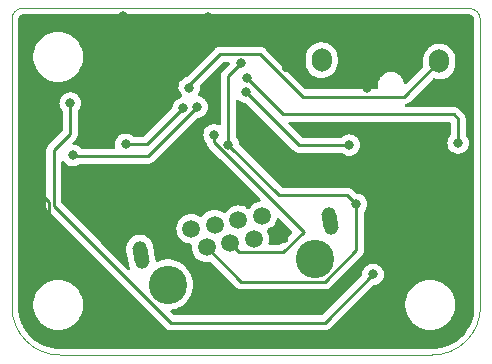
<source format=gbr>
G04 #@! TF.GenerationSoftware,KiCad,Pcbnew,(6.0.0)*
G04 #@! TF.CreationDate,2022-07-24T20:17:49-05:00*
G04 #@! TF.ProjectId,DriveByWireInputAltSTM32QFN28,44726976-6542-4795-9769-7265496e7075,rev?*
G04 #@! TF.SameCoordinates,Original*
G04 #@! TF.FileFunction,Copper,L2,Bot*
G04 #@! TF.FilePolarity,Positive*
%FSLAX46Y46*%
G04 Gerber Fmt 4.6, Leading zero omitted, Abs format (unit mm)*
G04 Created by KiCad (PCBNEW (6.0.0)) date 2022-07-24 20:17:49*
%MOMM*%
%LPD*%
G01*
G04 APERTURE LIST*
G04 Aperture macros list*
%AMRoundRect*
0 Rectangle with rounded corners*
0 $1 Rounding radius*
0 $2 $3 $4 $5 $6 $7 $8 $9 X,Y pos of 4 corners*
0 Add a 4 corners polygon primitive as box body*
4,1,4,$2,$3,$4,$5,$6,$7,$8,$9,$2,$3,0*
0 Add four circle primitives for the rounded corners*
1,1,$1+$1,$2,$3*
1,1,$1+$1,$4,$5*
1,1,$1+$1,$6,$7*
1,1,$1+$1,$8,$9*
0 Add four rect primitives between the rounded corners*
20,1,$1+$1,$2,$3,$4,$5,0*
20,1,$1+$1,$4,$5,$6,$7,0*
20,1,$1+$1,$6,$7,$8,$9,0*
20,1,$1+$1,$8,$9,$2,$3,0*%
%AMHorizOval*
0 Thick line with rounded ends*
0 $1 width*
0 $2 $3 position (X,Y) of the first rounded end (center of the circle)*
0 $4 $5 position (X,Y) of the second rounded end (center of the circle)*
0 Add line between two ends*
20,1,$1,$2,$3,$4,$5,0*
0 Add two circle primitives to create the rounded ends*
1,1,$1,$2,$3*
1,1,$1,$4,$5*%
%AMRotRect*
0 Rectangle, with rotation*
0 The origin of the aperture is its center*
0 $1 length*
0 $2 width*
0 $3 Rotation angle, in degrees counterclockwise*
0 Add horizontal line*
21,1,$1,$2,0,0,$3*%
G04 Aperture macros list end*
G04 #@! TA.AperFunction,Profile*
%ADD10C,0.050000*%
G04 #@! TD*
G04 #@! TA.AperFunction,WasherPad*
%ADD11C,3.250000*%
G04 #@! TD*
G04 #@! TA.AperFunction,ComponentPad*
%ADD12RotRect,1.500000X1.500000X10.000000*%
G04 #@! TD*
G04 #@! TA.AperFunction,ComponentPad*
%ADD13C,1.500000*%
G04 #@! TD*
G04 #@! TA.AperFunction,ComponentPad*
%ADD14HorizOval,1.259000X-0.095767X0.543121X0.095767X-0.543121X0*%
G04 #@! TD*
G04 #@! TA.AperFunction,ComponentPad*
%ADD15RoundRect,0.250000X-0.600000X-0.750000X0.600000X-0.750000X0.600000X0.750000X-0.600000X0.750000X0*%
G04 #@! TD*
G04 #@! TA.AperFunction,ComponentPad*
%ADD16O,1.700000X2.000000*%
G04 #@! TD*
G04 #@! TA.AperFunction,ViaPad*
%ADD17C,0.800000*%
G04 #@! TD*
G04 #@! TA.AperFunction,Conductor*
%ADD18C,0.250000*%
G04 #@! TD*
G04 APERTURE END LIST*
D10*
X132588000Y-110680500D02*
G75*
G03*
X136652000Y-114744500I4064000J0D01*
G01*
X172239940Y-86360000D02*
X172250164Y-110667800D01*
X132588000Y-110680500D02*
X132588000Y-86296602D01*
X172239940Y-86360000D02*
G75*
G03*
X171279873Y-85389743I-965162J5095D01*
G01*
X168153080Y-114744500D02*
G75*
G03*
X172250164Y-110667800I22733J4074289D01*
G01*
X171279820Y-85389720D02*
X133489685Y-85389720D01*
X133489685Y-85389720D02*
G75*
G03*
X132588000Y-86296602I0J-901700D01*
G01*
X168153080Y-114744500D02*
X136652000Y-114744500D01*
D11*
X158267765Y-106584015D03*
X145760706Y-108789346D03*
D12*
X155068547Y-104568939D03*
D13*
X153754950Y-102993103D03*
X153069388Y-104921445D03*
X151755790Y-103345608D03*
X151070228Y-105273951D03*
X149756630Y-103698114D03*
X149071068Y-105626457D03*
X147757470Y-104050620D03*
D14*
X143503830Y-106240577D03*
X159516804Y-103417058D03*
D15*
X166270000Y-89890000D03*
D16*
X168770000Y-89890000D03*
D15*
X156300000Y-89775000D03*
D16*
X158800000Y-89775000D03*
D17*
X154080000Y-86280000D03*
X146520000Y-92760000D03*
X163380000Y-105040000D03*
X140680000Y-108630000D03*
X133600000Y-94550000D03*
X141990000Y-86070000D03*
X160490000Y-88690000D03*
X162550000Y-87260000D03*
X161674500Y-99100000D03*
X170570000Y-89000000D03*
X140280000Y-87520000D03*
X156960000Y-99040000D03*
X135680000Y-103300000D03*
X163670000Y-101820000D03*
X162660000Y-92100000D03*
X151360000Y-110410000D03*
X145370000Y-101510000D03*
X133990000Y-100060000D03*
X149170000Y-86140000D03*
X158400000Y-110210000D03*
X161750000Y-101980000D03*
X152000000Y-90030000D03*
X150910000Y-96930000D03*
X149700000Y-96100000D03*
X142200000Y-96910000D03*
X147080000Y-93840000D03*
X137738395Y-97838768D03*
X148270000Y-93750000D03*
X147590000Y-92110000D03*
X137520000Y-93410000D03*
X163150000Y-107920000D03*
X161140000Y-96970000D03*
X152370000Y-92470000D03*
X152480000Y-91330000D03*
X170360000Y-96790000D03*
D18*
X135680000Y-101750000D02*
X135680000Y-103300000D01*
X133990000Y-100060000D02*
X135680000Y-101750000D01*
X161750000Y-101980000D02*
X160990000Y-101220000D01*
X157830000Y-101220000D02*
X155200000Y-101220000D01*
X161750000Y-105894175D02*
X161750000Y-101980000D01*
X159085639Y-108558536D02*
X161750000Y-105894175D01*
X150910000Y-91120000D02*
X152000000Y-90030000D01*
X150910000Y-96930000D02*
X150910000Y-91120000D01*
X155200000Y-101220000D02*
X150910000Y-96930000D01*
X160990000Y-101220000D02*
X157830000Y-101220000D01*
X149071068Y-105626457D02*
X152003147Y-108558536D01*
X152003147Y-108558536D02*
X159085639Y-108558536D01*
X149700000Y-96744600D02*
X150609901Y-97654501D01*
X149700000Y-96100000D02*
X149700000Y-96744600D01*
X150609901Y-97654501D02*
X150619157Y-97654501D01*
X150619157Y-97654501D02*
X157269147Y-104304491D01*
X157269147Y-104304491D02*
X155549687Y-106023951D01*
X151820228Y-106023951D02*
X151070228Y-105273951D01*
X155549687Y-106023951D02*
X151820228Y-106023951D01*
X142200000Y-96910000D02*
X144010000Y-96910000D01*
X144010000Y-96910000D02*
X147080000Y-93840000D01*
X144110000Y-97910000D02*
X137809627Y-97910000D01*
X148270000Y-93750000D02*
X144110000Y-97910000D01*
X137809627Y-97910000D02*
X137738395Y-97838768D01*
X157184521Y-92864521D02*
X165795479Y-92864521D01*
X147590000Y-92110000D02*
X147590000Y-91910000D01*
X150220000Y-89280000D02*
X153600000Y-89280000D01*
X153600000Y-89280000D02*
X157184521Y-92864521D01*
X165795479Y-92864521D02*
X168770000Y-89890000D01*
X147590000Y-91910000D02*
X150220000Y-89280000D01*
X136129511Y-97420489D02*
X137520000Y-96030000D01*
X146010000Y-112000000D02*
X159070000Y-112000000D01*
X159070000Y-112000000D02*
X163150000Y-107920000D01*
X137520000Y-96030000D02*
X137520000Y-93410000D01*
X136129511Y-97420489D02*
X136129511Y-102119511D01*
X136129511Y-102119511D02*
X146010000Y-112000000D01*
X152370000Y-92470000D02*
X156870000Y-96970000D01*
X156870000Y-96970000D02*
X161140000Y-96970000D01*
X170360000Y-94760000D02*
X170360000Y-96790000D01*
X152480000Y-91330000D02*
X155520000Y-94370000D01*
X155520000Y-94370000D02*
X169970000Y-94370000D01*
X169970000Y-94370000D02*
X170360000Y-94760000D01*
G04 #@! TA.AperFunction,Conductor*
G36*
X171248766Y-85899324D02*
G01*
X171270894Y-85902889D01*
X171279801Y-85901772D01*
X171288778Y-85901929D01*
X171288774Y-85902137D01*
X171310200Y-85902259D01*
X171354690Y-85908356D01*
X171378998Y-85911687D01*
X171410721Y-85920367D01*
X171490160Y-85953763D01*
X171518556Y-85970357D01*
X171586647Y-86023178D01*
X171609782Y-86046559D01*
X171661877Y-86115200D01*
X171678171Y-86143770D01*
X171710726Y-86223552D01*
X171719072Y-86255369D01*
X171727310Y-86320602D01*
X171728284Y-86338592D01*
X171728222Y-86342160D01*
X171726794Y-86351021D01*
X171727911Y-86359928D01*
X171727911Y-86359929D01*
X171730977Y-86384381D01*
X171731956Y-86400005D01*
X171738796Y-102662221D01*
X171741750Y-109683332D01*
X171742143Y-110618743D01*
X171740654Y-110638106D01*
X171736974Y-110661834D01*
X171738143Y-110670732D01*
X171738143Y-110670734D01*
X171739506Y-110681106D01*
X171740431Y-110703650D01*
X171726997Y-110979365D01*
X171725366Y-111012834D01*
X171724151Y-111025189D01*
X171674422Y-111360463D01*
X171672001Y-111372626D01*
X171589518Y-111701395D01*
X171585917Y-111713237D01*
X171507984Y-111930528D01*
X171471491Y-112032276D01*
X171466730Y-112043740D01*
X171321465Y-112349970D01*
X171315605Y-112360898D01*
X171140903Y-112651362D01*
X171134000Y-112661654D01*
X170931576Y-112933502D01*
X170923681Y-112943081D01*
X170695490Y-113193689D01*
X170686690Y-113202445D01*
X170434949Y-113429381D01*
X170425331Y-113437228D01*
X170152481Y-113638290D01*
X170142137Y-113645153D01*
X169850829Y-113818391D01*
X169839860Y-113824203D01*
X169532903Y-113967941D01*
X169521431Y-113972639D01*
X169201828Y-114085472D01*
X169189935Y-114089022D01*
X169025358Y-114129440D01*
X168860782Y-114169858D01*
X168848596Y-114172221D01*
X168513093Y-114220275D01*
X168500732Y-114221428D01*
X168198838Y-114234629D01*
X168173256Y-114233139D01*
X168171078Y-114232787D01*
X168171070Y-114232787D01*
X168162213Y-114231357D01*
X168153308Y-114232471D01*
X168153304Y-114232471D01*
X168128896Y-114235525D01*
X168113255Y-114236500D01*
X136701328Y-114236500D01*
X136681943Y-114235000D01*
X136667142Y-114232695D01*
X136667139Y-114232695D01*
X136658270Y-114231314D01*
X136638946Y-114233841D01*
X136616430Y-114234753D01*
X136309627Y-114219680D01*
X136297333Y-114218470D01*
X135964375Y-114169079D01*
X135952269Y-114166672D01*
X135625754Y-114084885D01*
X135613924Y-114081296D01*
X135297006Y-113967901D01*
X135285582Y-113963169D01*
X135117571Y-113883706D01*
X134981303Y-113819256D01*
X134970402Y-113813429D01*
X134681698Y-113640386D01*
X134671417Y-113633516D01*
X134401069Y-113433012D01*
X134391511Y-113425168D01*
X134142115Y-113199129D01*
X134133371Y-113190385D01*
X133907332Y-112940989D01*
X133899488Y-112931431D01*
X133698984Y-112661083D01*
X133692114Y-112650802D01*
X133560197Y-112430712D01*
X133519069Y-112362094D01*
X133513242Y-112351193D01*
X133493625Y-112309715D01*
X133369331Y-112046918D01*
X133364599Y-112035494D01*
X133251204Y-111718576D01*
X133247615Y-111706744D01*
X133190604Y-111479142D01*
X133165828Y-111380231D01*
X133163419Y-111368116D01*
X133163195Y-111366600D01*
X133114030Y-111035167D01*
X133112819Y-111022866D01*
X133108511Y-110935159D01*
X133102717Y-110817224D01*
X133098293Y-110727165D01*
X133099886Y-110700086D01*
X133100264Y-110697840D01*
X133100265Y-110697831D01*
X133101071Y-110693039D01*
X133101224Y-110680500D01*
X133097273Y-110652912D01*
X133096000Y-110635049D01*
X133096000Y-110632703D01*
X134390743Y-110632703D01*
X134391302Y-110636947D01*
X134391302Y-110636951D01*
X134403179Y-110727165D01*
X134428268Y-110917734D01*
X134504129Y-111195036D01*
X134616923Y-111459476D01*
X134764561Y-111706161D01*
X134944313Y-111930528D01*
X135152851Y-112128423D01*
X135386317Y-112296186D01*
X135390112Y-112298195D01*
X135390113Y-112298196D01*
X135411869Y-112309715D01*
X135640392Y-112430712D01*
X135756857Y-112473332D01*
X135903643Y-112527048D01*
X135910373Y-112529511D01*
X136191264Y-112590755D01*
X136219841Y-112593004D01*
X136414282Y-112608307D01*
X136414291Y-112608307D01*
X136416739Y-112608500D01*
X136572271Y-112608500D01*
X136574407Y-112608354D01*
X136574418Y-112608354D01*
X136782548Y-112594165D01*
X136782554Y-112594164D01*
X136786825Y-112593873D01*
X136791020Y-112593004D01*
X136791022Y-112593004D01*
X137000545Y-112549614D01*
X137068342Y-112535574D01*
X137339343Y-112439607D01*
X137502143Y-112355580D01*
X137591005Y-112309715D01*
X137591006Y-112309715D01*
X137594812Y-112307750D01*
X137598313Y-112305289D01*
X137598317Y-112305287D01*
X137712418Y-112225095D01*
X137830023Y-112142441D01*
X137942277Y-112038128D01*
X138037479Y-111949661D01*
X138037481Y-111949658D01*
X138040622Y-111946740D01*
X138222713Y-111724268D01*
X138372927Y-111479142D01*
X138422330Y-111366600D01*
X138486757Y-111219830D01*
X138488483Y-111215898D01*
X138567244Y-110939406D01*
X138604157Y-110680035D01*
X138607146Y-110659036D01*
X138607146Y-110659034D01*
X138607751Y-110654784D01*
X138607808Y-110644023D01*
X138609235Y-110371583D01*
X138609235Y-110371576D01*
X138609257Y-110367297D01*
X138571732Y-110082266D01*
X138495871Y-109804964D01*
X138383077Y-109540524D01*
X138235439Y-109293839D01*
X138055687Y-109069472D01*
X137847149Y-108871577D01*
X137613683Y-108703814D01*
X137591843Y-108692250D01*
X137568654Y-108679972D01*
X137359608Y-108569288D01*
X137089627Y-108470489D01*
X136808736Y-108409245D01*
X136777685Y-108406801D01*
X136585718Y-108391693D01*
X136585709Y-108391693D01*
X136583261Y-108391500D01*
X136427729Y-108391500D01*
X136425593Y-108391646D01*
X136425582Y-108391646D01*
X136217452Y-108405835D01*
X136217446Y-108405836D01*
X136213175Y-108406127D01*
X136208980Y-108406996D01*
X136208978Y-108406996D01*
X136072417Y-108435276D01*
X135931658Y-108464426D01*
X135660657Y-108560393D01*
X135405188Y-108692250D01*
X135401687Y-108694711D01*
X135401683Y-108694713D01*
X135374521Y-108713803D01*
X135169977Y-108857559D01*
X135154892Y-108871577D01*
X134964224Y-109048757D01*
X134959378Y-109053260D01*
X134777287Y-109275732D01*
X134627073Y-109520858D01*
X134511517Y-109784102D01*
X134432756Y-110060594D01*
X134392249Y-110345216D01*
X134392227Y-110349505D01*
X134392226Y-110349512D01*
X134390816Y-110618743D01*
X134390743Y-110632703D01*
X133096000Y-110632703D01*
X133096000Y-97400432D01*
X135491291Y-97400432D01*
X135492037Y-97408324D01*
X135495452Y-97444450D01*
X135496011Y-97456308D01*
X135496011Y-102040744D01*
X135495484Y-102051927D01*
X135493809Y-102059420D01*
X135494058Y-102067346D01*
X135494058Y-102067347D01*
X135495949Y-102127497D01*
X135496011Y-102131456D01*
X135496011Y-102159367D01*
X135496508Y-102163301D01*
X135496508Y-102163302D01*
X135496516Y-102163367D01*
X135497449Y-102175204D01*
X135498838Y-102219400D01*
X135504489Y-102238850D01*
X135508498Y-102258211D01*
X135511037Y-102278308D01*
X135513956Y-102285679D01*
X135513956Y-102285681D01*
X135527315Y-102319423D01*
X135531160Y-102330653D01*
X135541282Y-102365494D01*
X135543493Y-102373104D01*
X135547526Y-102379923D01*
X135547528Y-102379928D01*
X135553804Y-102390539D01*
X135562499Y-102408287D01*
X135569959Y-102427128D01*
X135574621Y-102433544D01*
X135574621Y-102433545D01*
X135595947Y-102462898D01*
X135602463Y-102472818D01*
X135606278Y-102479268D01*
X135624969Y-102510873D01*
X135639290Y-102525194D01*
X135652130Y-102540227D01*
X135664039Y-102556618D01*
X135670145Y-102561669D01*
X135698116Y-102584809D01*
X135706895Y-102592799D01*
X145506343Y-112392247D01*
X145513887Y-112400537D01*
X145518000Y-112407018D01*
X145523777Y-112412443D01*
X145567667Y-112453658D01*
X145570509Y-112456413D01*
X145590231Y-112476135D01*
X145593355Y-112478558D01*
X145593359Y-112478562D01*
X145593424Y-112478612D01*
X145602445Y-112486317D01*
X145634679Y-112516586D01*
X145641627Y-112520405D01*
X145641629Y-112520407D01*
X145652432Y-112526346D01*
X145668959Y-112537202D01*
X145678698Y-112544757D01*
X145678700Y-112544758D01*
X145684960Y-112549614D01*
X145725540Y-112567174D01*
X145736188Y-112572391D01*
X145760976Y-112586018D01*
X145774940Y-112593695D01*
X145782616Y-112595666D01*
X145782619Y-112595667D01*
X145794562Y-112598733D01*
X145813266Y-112605137D01*
X145821038Y-112608500D01*
X145831855Y-112613181D01*
X145839678Y-112614420D01*
X145839688Y-112614423D01*
X145875524Y-112620099D01*
X145887144Y-112622505D01*
X145918959Y-112630673D01*
X145929970Y-112633500D01*
X145950224Y-112633500D01*
X145969934Y-112635051D01*
X145989943Y-112638220D01*
X145997835Y-112637474D01*
X146016580Y-112635702D01*
X146033962Y-112634059D01*
X146045819Y-112633500D01*
X158991233Y-112633500D01*
X159002416Y-112634027D01*
X159009909Y-112635702D01*
X159017835Y-112635453D01*
X159017836Y-112635453D01*
X159077986Y-112633562D01*
X159081945Y-112633500D01*
X159109856Y-112633500D01*
X159113791Y-112633003D01*
X159113856Y-112632995D01*
X159125693Y-112632062D01*
X159157951Y-112631048D01*
X159161970Y-112630922D01*
X159169889Y-112630673D01*
X159189343Y-112625021D01*
X159208700Y-112621013D01*
X159220930Y-112619468D01*
X159220931Y-112619468D01*
X159228797Y-112618474D01*
X159236168Y-112615555D01*
X159236170Y-112615555D01*
X159269912Y-112602196D01*
X159281142Y-112598351D01*
X159315983Y-112588229D01*
X159315984Y-112588229D01*
X159323593Y-112586018D01*
X159330412Y-112581985D01*
X159330417Y-112581983D01*
X159341028Y-112575707D01*
X159358776Y-112567012D01*
X159377617Y-112559552D01*
X159413387Y-112533564D01*
X159423307Y-112527048D01*
X159454535Y-112508580D01*
X159454538Y-112508578D01*
X159461362Y-112504542D01*
X159475683Y-112490221D01*
X159490717Y-112477380D01*
X159492431Y-112476135D01*
X159507107Y-112465472D01*
X159535298Y-112431395D01*
X159543288Y-112422616D01*
X161333201Y-110632703D01*
X165890743Y-110632703D01*
X165891302Y-110636947D01*
X165891302Y-110636951D01*
X165903179Y-110727165D01*
X165928268Y-110917734D01*
X166004129Y-111195036D01*
X166116923Y-111459476D01*
X166264561Y-111706161D01*
X166444313Y-111930528D01*
X166652851Y-112128423D01*
X166886317Y-112296186D01*
X166890112Y-112298195D01*
X166890113Y-112298196D01*
X166911869Y-112309715D01*
X167140392Y-112430712D01*
X167256857Y-112473332D01*
X167403643Y-112527048D01*
X167410373Y-112529511D01*
X167691264Y-112590755D01*
X167719841Y-112593004D01*
X167914282Y-112608307D01*
X167914291Y-112608307D01*
X167916739Y-112608500D01*
X168072271Y-112608500D01*
X168074407Y-112608354D01*
X168074418Y-112608354D01*
X168282548Y-112594165D01*
X168282554Y-112594164D01*
X168286825Y-112593873D01*
X168291020Y-112593004D01*
X168291022Y-112593004D01*
X168500545Y-112549614D01*
X168568342Y-112535574D01*
X168839343Y-112439607D01*
X169002143Y-112355580D01*
X169091005Y-112309715D01*
X169091006Y-112309715D01*
X169094812Y-112307750D01*
X169098313Y-112305289D01*
X169098317Y-112305287D01*
X169212418Y-112225095D01*
X169330023Y-112142441D01*
X169442277Y-112038128D01*
X169537479Y-111949661D01*
X169537481Y-111949658D01*
X169540622Y-111946740D01*
X169722713Y-111724268D01*
X169872927Y-111479142D01*
X169922330Y-111366600D01*
X169986757Y-111219830D01*
X169988483Y-111215898D01*
X170067244Y-110939406D01*
X170104157Y-110680035D01*
X170107146Y-110659036D01*
X170107146Y-110659034D01*
X170107751Y-110654784D01*
X170107808Y-110644023D01*
X170109235Y-110371583D01*
X170109235Y-110371576D01*
X170109257Y-110367297D01*
X170071732Y-110082266D01*
X169995871Y-109804964D01*
X169883077Y-109540524D01*
X169735439Y-109293839D01*
X169555687Y-109069472D01*
X169347149Y-108871577D01*
X169113683Y-108703814D01*
X169091843Y-108692250D01*
X169068654Y-108679972D01*
X168859608Y-108569288D01*
X168589627Y-108470489D01*
X168308736Y-108409245D01*
X168277685Y-108406801D01*
X168085718Y-108391693D01*
X168085709Y-108391693D01*
X168083261Y-108391500D01*
X167927729Y-108391500D01*
X167925593Y-108391646D01*
X167925582Y-108391646D01*
X167717452Y-108405835D01*
X167717446Y-108405836D01*
X167713175Y-108406127D01*
X167708980Y-108406996D01*
X167708978Y-108406996D01*
X167572417Y-108435276D01*
X167431658Y-108464426D01*
X167160657Y-108560393D01*
X166905188Y-108692250D01*
X166901687Y-108694711D01*
X166901683Y-108694713D01*
X166874521Y-108713803D01*
X166669977Y-108857559D01*
X166654892Y-108871577D01*
X166464224Y-109048757D01*
X166459378Y-109053260D01*
X166277287Y-109275732D01*
X166127073Y-109520858D01*
X166011517Y-109784102D01*
X165932756Y-110060594D01*
X165892249Y-110345216D01*
X165892227Y-110349505D01*
X165892226Y-110349512D01*
X165890816Y-110618743D01*
X165890743Y-110632703D01*
X161333201Y-110632703D01*
X163100499Y-108865405D01*
X163162811Y-108831379D01*
X163189594Y-108828500D01*
X163245487Y-108828500D01*
X163251939Y-108827128D01*
X163251944Y-108827128D01*
X163338888Y-108808647D01*
X163432288Y-108788794D01*
X163438319Y-108786109D01*
X163600722Y-108713803D01*
X163600724Y-108713802D01*
X163606752Y-108711118D01*
X163613355Y-108706321D01*
X163662157Y-108670864D01*
X163761253Y-108598866D01*
X163765675Y-108593955D01*
X163884621Y-108461852D01*
X163884622Y-108461851D01*
X163889040Y-108456944D01*
X163984527Y-108291556D01*
X164043542Y-108109928D01*
X164045432Y-108091951D01*
X164062814Y-107926565D01*
X164063504Y-107920000D01*
X164060907Y-107895292D01*
X164044232Y-107736635D01*
X164044232Y-107736633D01*
X164043542Y-107730072D01*
X163984527Y-107548444D01*
X163980224Y-107540990D01*
X163925992Y-107447059D01*
X163889040Y-107383056D01*
X163761253Y-107241134D01*
X163662157Y-107169136D01*
X163612094Y-107132763D01*
X163612093Y-107132762D01*
X163606752Y-107128882D01*
X163600724Y-107126198D01*
X163600722Y-107126197D01*
X163438319Y-107053891D01*
X163438318Y-107053891D01*
X163432288Y-107051206D01*
X163335928Y-107030724D01*
X163251944Y-107012872D01*
X163251939Y-107012872D01*
X163245487Y-107011500D01*
X163054513Y-107011500D01*
X163048061Y-107012872D01*
X163048056Y-107012872D01*
X162964072Y-107030724D01*
X162867712Y-107051206D01*
X162861682Y-107053891D01*
X162861681Y-107053891D01*
X162699278Y-107126197D01*
X162699276Y-107126198D01*
X162693248Y-107128882D01*
X162687907Y-107132762D01*
X162687906Y-107132763D01*
X162637843Y-107169136D01*
X162538747Y-107241134D01*
X162410960Y-107383056D01*
X162374008Y-107447059D01*
X162319777Y-107540990D01*
X162315473Y-107548444D01*
X162256458Y-107730072D01*
X162255768Y-107736633D01*
X162255768Y-107736635D01*
X162239093Y-107895292D01*
X162212080Y-107960949D01*
X162202878Y-107971217D01*
X158844500Y-111329595D01*
X158782188Y-111363621D01*
X158755405Y-111366500D01*
X146324594Y-111366500D01*
X146256473Y-111346498D01*
X146235499Y-111329595D01*
X146018396Y-111112492D01*
X145984370Y-111050180D01*
X145989435Y-110979365D01*
X146031982Y-110922529D01*
X146092350Y-110898311D01*
X146161418Y-110889953D01*
X146442796Y-110816135D01*
X146711552Y-110704812D01*
X146962713Y-110558045D01*
X147191632Y-110378550D01*
X147198384Y-110371583D01*
X147391089Y-110172726D01*
X147394072Y-110169648D01*
X147566289Y-109935204D01*
X147646089Y-109788230D01*
X147703044Y-109683332D01*
X147703045Y-109683330D01*
X147705094Y-109679556D01*
X147807919Y-109407436D01*
X147856456Y-109195516D01*
X147871906Y-109128059D01*
X147871907Y-109128054D01*
X147872863Y-109123879D01*
X147898722Y-108834131D01*
X147899191Y-108789346D01*
X147893223Y-108701804D01*
X147879697Y-108503397D01*
X147879696Y-108503391D01*
X147879405Y-108499120D01*
X147872517Y-108465856D01*
X147821284Y-108218462D01*
X147820415Y-108214265D01*
X147723311Y-107940051D01*
X147589890Y-107681553D01*
X147422621Y-107443554D01*
X147348022Y-107363276D01*
X147227521Y-107233601D01*
X147227518Y-107233598D01*
X147224600Y-107230458D01*
X147221284Y-107227744D01*
X147221281Y-107227741D01*
X147008878Y-107053891D01*
X146999490Y-107046207D01*
X146751458Y-106894213D01*
X146747541Y-106892494D01*
X146747538Y-106892492D01*
X146610037Y-106832134D01*
X146485092Y-106777287D01*
X146480964Y-106776111D01*
X146480961Y-106776110D01*
X146367560Y-106743807D01*
X146205322Y-106697592D01*
X146201080Y-106696988D01*
X146201074Y-106696987D01*
X145921576Y-106657209D01*
X145917325Y-106656604D01*
X145763938Y-106655801D01*
X145630715Y-106655103D01*
X145630709Y-106655103D01*
X145626429Y-106655081D01*
X145622185Y-106655640D01*
X145622181Y-106655640D01*
X145495162Y-106672363D01*
X145338019Y-106693051D01*
X145333879Y-106694184D01*
X145333877Y-106694184D01*
X145317117Y-106698769D01*
X145057430Y-106769811D01*
X144911316Y-106832134D01*
X144840810Y-106840463D01*
X144776994Y-106809350D01*
X144740129Y-106748675D01*
X144736085Y-106723380D01*
X144734687Y-106698769D01*
X144732080Y-106652850D01*
X144731397Y-106648973D01*
X144622018Y-106028656D01*
X144519562Y-105447597D01*
X144498529Y-105370449D01*
X144480082Y-105302787D01*
X144480081Y-105302784D01*
X144478562Y-105297213D01*
X144476055Y-105292016D01*
X144476053Y-105292010D01*
X144390208Y-105114035D01*
X144387698Y-105108831D01*
X144264025Y-104940164D01*
X144249947Y-104926920D01*
X144115889Y-104800811D01*
X144111687Y-104796858D01*
X143935783Y-104683713D01*
X143930435Y-104681525D01*
X143930433Y-104681524D01*
X143747553Y-104606706D01*
X143747552Y-104606706D01*
X143742207Y-104604519D01*
X143736556Y-104603344D01*
X143736554Y-104603343D01*
X143543091Y-104563103D01*
X143543087Y-104563103D01*
X143537440Y-104561928D01*
X143531668Y-104561802D01*
X143432890Y-104559646D01*
X143328340Y-104557365D01*
X143121910Y-104590984D01*
X142925063Y-104661660D01*
X142920068Y-104664573D01*
X142749383Y-104764113D01*
X142749380Y-104764115D01*
X142744392Y-104767024D01*
X142740022Y-104770789D01*
X142740017Y-104770793D01*
X142705180Y-104800811D01*
X142585947Y-104903549D01*
X142582337Y-104908047D01*
X142582336Y-104908048D01*
X142458647Y-105062161D01*
X142458644Y-105062165D01*
X142455036Y-105066661D01*
X142413117Y-105144676D01*
X142362348Y-105239163D01*
X142356041Y-105250900D01*
X142354279Y-105256405D01*
X142354278Y-105256407D01*
X142328945Y-105335549D01*
X142292279Y-105450093D01*
X142291551Y-105455818D01*
X142269147Y-105631932D01*
X142265885Y-105657570D01*
X142266212Y-105663331D01*
X142266212Y-105663335D01*
X142270049Y-105730911D01*
X142275579Y-105828304D01*
X142276221Y-105831946D01*
X142276222Y-105831953D01*
X142352148Y-106262547D01*
X142488098Y-107033557D01*
X142529098Y-107183941D01*
X142531605Y-107189138D01*
X142531607Y-107189144D01*
X142615598Y-107363276D01*
X142627177Y-107433322D01*
X142599048Y-107498509D01*
X142540141Y-107538139D01*
X142469160Y-107539631D01*
X142413015Y-107507111D01*
X140162312Y-105256407D01*
X136799916Y-101894011D01*
X136765890Y-101831699D01*
X136763011Y-101804916D01*
X136763011Y-98436590D01*
X136783013Y-98368469D01*
X136836669Y-98321976D01*
X136906943Y-98311872D01*
X136971523Y-98341366D01*
X136991281Y-98365296D01*
X136992171Y-98364650D01*
X136996054Y-98369994D01*
X136999355Y-98375712D01*
X137003773Y-98380619D01*
X137003774Y-98380620D01*
X137122720Y-98512723D01*
X137127142Y-98517634D01*
X137281643Y-98629886D01*
X137287671Y-98632570D01*
X137287673Y-98632571D01*
X137450076Y-98704877D01*
X137456107Y-98707562D01*
X137549507Y-98727415D01*
X137636451Y-98745896D01*
X137636456Y-98745896D01*
X137642908Y-98747268D01*
X137833882Y-98747268D01*
X137840334Y-98745896D01*
X137840339Y-98745896D01*
X137927282Y-98727415D01*
X138020683Y-98707562D01*
X138026714Y-98704877D01*
X138189117Y-98632571D01*
X138189119Y-98632570D01*
X138195147Y-98629886D01*
X138280926Y-98567564D01*
X138354987Y-98543500D01*
X144031233Y-98543500D01*
X144042416Y-98544027D01*
X144049909Y-98545702D01*
X144057835Y-98545453D01*
X144057836Y-98545453D01*
X144117986Y-98543562D01*
X144121945Y-98543500D01*
X144149856Y-98543500D01*
X144153791Y-98543003D01*
X144153856Y-98542995D01*
X144165693Y-98542062D01*
X144197951Y-98541048D01*
X144201970Y-98540922D01*
X144209889Y-98540673D01*
X144229343Y-98535021D01*
X144248700Y-98531013D01*
X144260930Y-98529468D01*
X144260931Y-98529468D01*
X144268797Y-98528474D01*
X144276168Y-98525555D01*
X144276170Y-98525555D01*
X144309912Y-98512196D01*
X144321142Y-98508351D01*
X144355983Y-98498229D01*
X144355984Y-98498229D01*
X144363593Y-98496018D01*
X144370412Y-98491985D01*
X144370417Y-98491983D01*
X144381028Y-98485707D01*
X144398776Y-98477012D01*
X144417617Y-98469552D01*
X144453387Y-98443564D01*
X144463307Y-98437048D01*
X144494535Y-98418580D01*
X144494538Y-98418578D01*
X144501362Y-98414542D01*
X144515683Y-98400221D01*
X144530717Y-98387380D01*
X144540694Y-98380131D01*
X144547107Y-98375472D01*
X144575298Y-98341395D01*
X144583288Y-98332616D01*
X148220499Y-94695405D01*
X148282811Y-94661379D01*
X148309594Y-94658500D01*
X148365487Y-94658500D01*
X148371939Y-94657128D01*
X148371944Y-94657128D01*
X148458887Y-94638647D01*
X148552288Y-94618794D01*
X148558319Y-94616109D01*
X148720722Y-94543803D01*
X148720724Y-94543802D01*
X148726752Y-94541118D01*
X148881253Y-94428866D01*
X148929343Y-94375457D01*
X149004621Y-94291852D01*
X149004622Y-94291851D01*
X149009040Y-94286944D01*
X149104527Y-94121556D01*
X149163542Y-93939928D01*
X149166020Y-93916357D01*
X149182814Y-93756565D01*
X149183504Y-93750000D01*
X149178206Y-93699595D01*
X149164232Y-93566635D01*
X149164232Y-93566633D01*
X149163542Y-93560072D01*
X149104527Y-93378444D01*
X149095872Y-93363452D01*
X149016880Y-93226635D01*
X149009040Y-93213056D01*
X148954740Y-93152749D01*
X148885675Y-93076045D01*
X148885674Y-93076044D01*
X148881253Y-93071134D01*
X148747410Y-92973891D01*
X148732094Y-92962763D01*
X148732093Y-92962762D01*
X148726752Y-92958882D01*
X148720724Y-92956198D01*
X148720722Y-92956197D01*
X148558319Y-92883891D01*
X148558318Y-92883891D01*
X148552288Y-92881206D01*
X148400513Y-92848945D01*
X148338042Y-92815218D01*
X148303720Y-92753068D01*
X148308448Y-92682229D01*
X148324723Y-92651739D01*
X148329040Y-92646944D01*
X148424527Y-92481556D01*
X148483542Y-92299928D01*
X148490843Y-92230468D01*
X148502814Y-92116565D01*
X148503504Y-92110000D01*
X148496872Y-92046899D01*
X148489091Y-91972863D01*
X148501863Y-91903025D01*
X148525306Y-91870598D01*
X150445499Y-89950405D01*
X150507811Y-89916379D01*
X150534594Y-89913500D01*
X150916405Y-89913500D01*
X150984526Y-89933502D01*
X151031019Y-89987158D01*
X151041123Y-90057432D01*
X151011629Y-90122012D01*
X151005500Y-90128596D01*
X150517742Y-90616353D01*
X150509463Y-90623887D01*
X150502982Y-90628000D01*
X150467747Y-90665522D01*
X150456357Y-90677651D01*
X150453602Y-90680493D01*
X150433865Y-90700230D01*
X150431385Y-90703427D01*
X150423682Y-90712447D01*
X150393414Y-90744679D01*
X150389595Y-90751625D01*
X150389593Y-90751628D01*
X150383652Y-90762434D01*
X150372801Y-90778953D01*
X150360386Y-90794959D01*
X150357241Y-90802228D01*
X150357238Y-90802232D01*
X150342826Y-90835537D01*
X150337609Y-90846187D01*
X150316305Y-90884940D01*
X150314334Y-90892615D01*
X150314334Y-90892616D01*
X150311267Y-90904562D01*
X150304863Y-90923266D01*
X150301721Y-90930528D01*
X150296819Y-90941855D01*
X150295580Y-90949678D01*
X150295577Y-90949688D01*
X150289901Y-90985524D01*
X150287495Y-90997144D01*
X150279927Y-91026623D01*
X150276500Y-91039970D01*
X150276500Y-91060224D01*
X150274949Y-91079934D01*
X150271780Y-91099943D01*
X150272526Y-91107835D01*
X150275941Y-91143961D01*
X150276500Y-91155819D01*
X150276500Y-95168174D01*
X150256498Y-95236295D01*
X150202842Y-95282788D01*
X150132568Y-95292892D01*
X150099251Y-95283281D01*
X149988319Y-95233891D01*
X149988318Y-95233891D01*
X149982288Y-95231206D01*
X149888888Y-95211353D01*
X149801944Y-95192872D01*
X149801939Y-95192872D01*
X149795487Y-95191500D01*
X149604513Y-95191500D01*
X149598061Y-95192872D01*
X149598056Y-95192872D01*
X149511113Y-95211353D01*
X149417712Y-95231206D01*
X149411682Y-95233891D01*
X149411681Y-95233891D01*
X149249278Y-95306197D01*
X149249276Y-95306198D01*
X149243248Y-95308882D01*
X149088747Y-95421134D01*
X148960960Y-95563056D01*
X148865473Y-95728444D01*
X148806458Y-95910072D01*
X148786496Y-96100000D01*
X148787186Y-96106565D01*
X148805047Y-96276500D01*
X148806458Y-96289928D01*
X148865473Y-96471556D01*
X148868776Y-96477278D01*
X148868777Y-96477279D01*
X148894597Y-96522000D01*
X148960960Y-96636944D01*
X149031398Y-96715173D01*
X149035626Y-96719869D01*
X149066967Y-96788156D01*
X149066977Y-96788234D01*
X149067938Y-96800293D01*
X149069327Y-96844489D01*
X149074978Y-96863939D01*
X149078987Y-96883300D01*
X149081526Y-96903397D01*
X149084445Y-96910768D01*
X149084445Y-96910770D01*
X149097804Y-96944512D01*
X149101649Y-96955742D01*
X149111771Y-96990583D01*
X149113982Y-96998193D01*
X149118015Y-97005012D01*
X149118017Y-97005017D01*
X149124293Y-97015628D01*
X149132988Y-97033376D01*
X149140448Y-97052217D01*
X149145110Y-97058633D01*
X149145110Y-97058634D01*
X149166436Y-97087987D01*
X149172952Y-97097907D01*
X149181028Y-97111562D01*
X149195458Y-97135962D01*
X149209779Y-97150283D01*
X149222619Y-97165316D01*
X149234528Y-97181707D01*
X149240634Y-97186758D01*
X149268605Y-97209898D01*
X149277384Y-97217888D01*
X150106244Y-98046748D01*
X150113788Y-98055038D01*
X150117901Y-98061519D01*
X150123678Y-98066944D01*
X150167568Y-98108159D01*
X150170410Y-98110914D01*
X150190131Y-98130635D01*
X150193326Y-98133113D01*
X150202348Y-98140819D01*
X150234580Y-98171087D01*
X150241433Y-98174854D01*
X150256334Y-98187582D01*
X153604707Y-101535956D01*
X153638733Y-101598268D01*
X153633668Y-101669084D01*
X153591121Y-101725919D01*
X153538409Y-101748740D01*
X153535579Y-101748988D01*
X153530279Y-101750408D01*
X153530274Y-101750409D01*
X153405683Y-101783794D01*
X153322874Y-101805983D01*
X153267726Y-101831699D01*
X153128284Y-101896721D01*
X153128279Y-101896724D01*
X153123297Y-101899047D01*
X153118790Y-101902203D01*
X153118788Y-101902204D01*
X152947423Y-102022195D01*
X152947420Y-102022197D01*
X152942912Y-102025354D01*
X152787201Y-102181065D01*
X152784044Y-102185573D01*
X152784042Y-102185576D01*
X152694837Y-102312974D01*
X152639380Y-102357302D01*
X152568760Y-102364611D01*
X152519353Y-102343916D01*
X152414420Y-102270441D01*
X152387444Y-102251552D01*
X152187866Y-102158488D01*
X151975161Y-102101493D01*
X151755790Y-102082301D01*
X151536419Y-102101493D01*
X151323714Y-102158488D01*
X151230352Y-102202023D01*
X151129124Y-102249226D01*
X151129119Y-102249229D01*
X151124137Y-102251552D01*
X151119630Y-102254708D01*
X151119628Y-102254709D01*
X150948263Y-102374700D01*
X150948260Y-102374702D01*
X150943752Y-102377859D01*
X150788041Y-102533570D01*
X150784883Y-102538080D01*
X150784878Y-102538086D01*
X150695677Y-102665479D01*
X150640220Y-102709808D01*
X150569601Y-102717117D01*
X150520193Y-102696422D01*
X150403058Y-102614403D01*
X150388284Y-102604058D01*
X150188706Y-102510994D01*
X149976001Y-102453999D01*
X149756630Y-102434807D01*
X149537259Y-102453999D01*
X149324554Y-102510994D01*
X149231192Y-102554529D01*
X149129964Y-102601732D01*
X149129959Y-102601735D01*
X149124977Y-102604058D01*
X149120470Y-102607214D01*
X149120468Y-102607215D01*
X148949103Y-102727206D01*
X148949100Y-102727208D01*
X148944592Y-102730365D01*
X148788881Y-102886076D01*
X148785723Y-102890586D01*
X148785718Y-102890592D01*
X148696517Y-103017985D01*
X148641060Y-103062314D01*
X148570441Y-103069623D01*
X148521033Y-103048928D01*
X148476842Y-103017985D01*
X148389124Y-102956564D01*
X148189546Y-102863500D01*
X147976841Y-102806505D01*
X147757470Y-102787313D01*
X147538099Y-102806505D01*
X147325394Y-102863500D01*
X147267295Y-102890592D01*
X147130804Y-102954238D01*
X147130799Y-102954241D01*
X147125817Y-102956564D01*
X147121310Y-102959720D01*
X147121308Y-102959721D01*
X146949943Y-103079712D01*
X146949940Y-103079714D01*
X146945432Y-103082871D01*
X146789721Y-103238582D01*
X146663414Y-103418967D01*
X146661091Y-103423949D01*
X146661088Y-103423954D01*
X146613885Y-103525182D01*
X146570350Y-103618544D01*
X146513355Y-103831249D01*
X146494163Y-104050620D01*
X146513355Y-104269991D01*
X146570350Y-104482696D01*
X146605169Y-104557365D01*
X146661088Y-104677286D01*
X146661091Y-104677291D01*
X146663414Y-104682273D01*
X146666570Y-104686780D01*
X146666571Y-104686782D01*
X146673561Y-104696764D01*
X146789721Y-104862658D01*
X146945432Y-105018369D01*
X147125816Y-105144676D01*
X147325394Y-105237740D01*
X147538099Y-105294735D01*
X147624601Y-105302303D01*
X147708992Y-105309686D01*
X147775111Y-105335549D01*
X147816750Y-105393053D01*
X147823532Y-105446188D01*
X147820571Y-105480029D01*
X147807761Y-105626457D01*
X147826953Y-105845828D01*
X147883948Y-106058533D01*
X147903288Y-106100008D01*
X147974686Y-106253123D01*
X147974689Y-106253128D01*
X147977012Y-106258110D01*
X147980168Y-106262617D01*
X147980169Y-106262619D01*
X148070472Y-106391584D01*
X148103319Y-106438495D01*
X148259030Y-106594206D01*
X148263539Y-106597363D01*
X148263541Y-106597365D01*
X148320334Y-106637132D01*
X148439414Y-106720513D01*
X148638992Y-106813577D01*
X148851697Y-106870572D01*
X149071068Y-106889764D01*
X149290439Y-106870572D01*
X149305624Y-106866503D01*
X149321785Y-106862173D01*
X149392762Y-106863863D01*
X149443491Y-106894785D01*
X151499495Y-108950789D01*
X151507035Y-108959075D01*
X151511147Y-108965554D01*
X151516924Y-108970979D01*
X151560798Y-109012179D01*
X151563640Y-109014934D01*
X151583377Y-109034671D01*
X151586574Y-109037151D01*
X151595594Y-109044854D01*
X151627826Y-109075122D01*
X151634772Y-109078941D01*
X151634775Y-109078943D01*
X151645581Y-109084884D01*
X151662100Y-109095735D01*
X151678106Y-109108150D01*
X151685375Y-109111295D01*
X151685379Y-109111298D01*
X151718684Y-109125710D01*
X151729334Y-109130927D01*
X151768087Y-109152231D01*
X151775762Y-109154202D01*
X151775763Y-109154202D01*
X151787709Y-109157269D01*
X151806414Y-109163673D01*
X151825002Y-109171717D01*
X151832825Y-109172956D01*
X151832835Y-109172959D01*
X151868671Y-109178635D01*
X151880291Y-109181041D01*
X151912106Y-109189209D01*
X151923117Y-109192036D01*
X151943371Y-109192036D01*
X151963081Y-109193587D01*
X151983090Y-109196756D01*
X151990982Y-109196010D01*
X152009727Y-109194238D01*
X152027109Y-109192595D01*
X152038966Y-109192036D01*
X159006872Y-109192036D01*
X159018055Y-109192563D01*
X159025548Y-109194238D01*
X159033474Y-109193989D01*
X159033475Y-109193989D01*
X159093625Y-109192098D01*
X159097584Y-109192036D01*
X159125495Y-109192036D01*
X159129430Y-109191539D01*
X159129495Y-109191531D01*
X159141332Y-109190598D01*
X159173590Y-109189584D01*
X159177609Y-109189458D01*
X159185528Y-109189209D01*
X159204982Y-109183557D01*
X159224339Y-109179549D01*
X159236569Y-109178004D01*
X159236570Y-109178004D01*
X159244436Y-109177010D01*
X159251807Y-109174091D01*
X159251809Y-109174091D01*
X159285551Y-109160732D01*
X159296781Y-109156887D01*
X159331622Y-109146765D01*
X159331623Y-109146765D01*
X159339232Y-109144554D01*
X159346051Y-109140521D01*
X159346056Y-109140519D01*
X159356667Y-109134243D01*
X159374415Y-109125548D01*
X159393256Y-109118088D01*
X159429026Y-109092100D01*
X159438946Y-109085584D01*
X159470174Y-109067116D01*
X159470177Y-109067114D01*
X159477001Y-109063078D01*
X159491322Y-109048757D01*
X159506356Y-109035916D01*
X159516333Y-109028667D01*
X159522746Y-109024008D01*
X159550937Y-108989931D01*
X159558927Y-108981152D01*
X162142247Y-106397832D01*
X162150537Y-106390288D01*
X162157018Y-106386175D01*
X162203659Y-106336507D01*
X162206413Y-106333666D01*
X162226134Y-106313945D01*
X162228612Y-106310750D01*
X162236318Y-106301728D01*
X162261158Y-106275276D01*
X162266586Y-106269496D01*
X162276346Y-106251743D01*
X162287199Y-106235220D01*
X162294753Y-106225481D01*
X162299613Y-106219216D01*
X162317176Y-106178632D01*
X162322383Y-106168002D01*
X162343695Y-106129235D01*
X162345666Y-106121558D01*
X162345668Y-106121553D01*
X162348732Y-106109617D01*
X162355138Y-106090905D01*
X162360034Y-106079592D01*
X162363181Y-106072320D01*
X162370097Y-106028656D01*
X162372504Y-106017035D01*
X162381528Y-105981886D01*
X162381528Y-105981885D01*
X162383500Y-105974205D01*
X162383500Y-105953944D01*
X162385051Y-105934233D01*
X162386979Y-105922060D01*
X162388219Y-105914232D01*
X162384059Y-105870221D01*
X162383500Y-105858364D01*
X162383500Y-102682524D01*
X162403502Y-102614403D01*
X162415858Y-102598221D01*
X162489040Y-102516944D01*
X162584527Y-102351556D01*
X162643542Y-102169928D01*
X162644239Y-102163302D01*
X162662814Y-101986565D01*
X162663504Y-101980000D01*
X162650912Y-101860194D01*
X162644232Y-101796635D01*
X162644232Y-101796633D01*
X162643542Y-101790072D01*
X162584527Y-101608444D01*
X162489040Y-101443056D01*
X162361253Y-101301134D01*
X162206752Y-101188882D01*
X162200724Y-101186198D01*
X162200722Y-101186197D01*
X162038319Y-101113891D01*
X162038318Y-101113891D01*
X162032288Y-101111206D01*
X161938887Y-101091353D01*
X161851944Y-101072872D01*
X161851939Y-101072872D01*
X161845487Y-101071500D01*
X161789595Y-101071500D01*
X161721474Y-101051498D01*
X161700500Y-101034595D01*
X161493652Y-100827747D01*
X161486112Y-100819461D01*
X161482000Y-100812982D01*
X161432348Y-100766356D01*
X161429507Y-100763602D01*
X161409770Y-100743865D01*
X161406573Y-100741385D01*
X161397551Y-100733680D01*
X161371100Y-100708841D01*
X161365321Y-100703414D01*
X161358375Y-100699595D01*
X161358372Y-100699593D01*
X161347566Y-100693652D01*
X161331047Y-100682801D01*
X161330583Y-100682441D01*
X161315041Y-100670386D01*
X161307772Y-100667241D01*
X161307768Y-100667238D01*
X161274463Y-100652826D01*
X161263813Y-100647609D01*
X161225060Y-100626305D01*
X161205437Y-100621267D01*
X161186734Y-100614863D01*
X161175420Y-100609967D01*
X161175419Y-100609967D01*
X161168145Y-100606819D01*
X161160322Y-100605580D01*
X161160312Y-100605577D01*
X161124476Y-100599901D01*
X161112856Y-100597495D01*
X161077711Y-100588472D01*
X161077710Y-100588472D01*
X161070030Y-100586500D01*
X161049776Y-100586500D01*
X161030065Y-100584949D01*
X161017886Y-100583020D01*
X161010057Y-100581780D01*
X161002165Y-100582526D01*
X160966039Y-100585941D01*
X160954181Y-100586500D01*
X155514595Y-100586500D01*
X155446474Y-100566498D01*
X155425500Y-100549595D01*
X151857122Y-96981217D01*
X151823096Y-96918905D01*
X151820907Y-96905292D01*
X151804232Y-96746635D01*
X151804232Y-96746633D01*
X151803542Y-96740072D01*
X151744527Y-96558444D01*
X151649040Y-96393056D01*
X151575863Y-96311785D01*
X151545147Y-96247779D01*
X151543500Y-96227476D01*
X151543500Y-93237128D01*
X151563502Y-93169007D01*
X151617158Y-93122514D01*
X151687432Y-93112410D01*
X151753812Y-93143493D01*
X151754325Y-93143955D01*
X151758747Y-93148866D01*
X151782392Y-93166045D01*
X151907261Y-93256768D01*
X151913248Y-93261118D01*
X151919276Y-93263802D01*
X151919278Y-93263803D01*
X152078409Y-93334652D01*
X152087712Y-93338794D01*
X152181113Y-93358647D01*
X152268056Y-93377128D01*
X152268061Y-93377128D01*
X152274513Y-93378500D01*
X152330406Y-93378500D01*
X152398527Y-93398502D01*
X152419501Y-93415405D01*
X156366348Y-97362253D01*
X156373888Y-97370539D01*
X156378000Y-97377018D01*
X156383777Y-97382443D01*
X156427651Y-97423643D01*
X156430493Y-97426398D01*
X156450230Y-97446135D01*
X156453427Y-97448615D01*
X156462447Y-97456318D01*
X156494679Y-97486586D01*
X156501625Y-97490405D01*
X156501628Y-97490407D01*
X156512434Y-97496348D01*
X156528953Y-97507199D01*
X156544959Y-97519614D01*
X156552228Y-97522759D01*
X156552232Y-97522762D01*
X156585537Y-97537174D01*
X156596187Y-97542391D01*
X156634940Y-97563695D01*
X156642615Y-97565666D01*
X156642616Y-97565666D01*
X156654562Y-97568733D01*
X156673267Y-97575137D01*
X156691855Y-97583181D01*
X156699678Y-97584420D01*
X156699688Y-97584423D01*
X156735524Y-97590099D01*
X156747144Y-97592505D01*
X156782289Y-97601528D01*
X156789970Y-97603500D01*
X156810224Y-97603500D01*
X156829934Y-97605051D01*
X156849943Y-97608220D01*
X156857835Y-97607474D01*
X156893961Y-97604059D01*
X156905819Y-97603500D01*
X160431800Y-97603500D01*
X160499921Y-97623502D01*
X160519147Y-97639843D01*
X160519420Y-97639540D01*
X160524332Y-97643963D01*
X160528747Y-97648866D01*
X160683248Y-97761118D01*
X160689276Y-97763802D01*
X160689278Y-97763803D01*
X160851681Y-97836109D01*
X160857712Y-97838794D01*
X160951113Y-97858647D01*
X161038056Y-97877128D01*
X161038061Y-97877128D01*
X161044513Y-97878500D01*
X161235487Y-97878500D01*
X161241939Y-97877128D01*
X161241944Y-97877128D01*
X161328887Y-97858647D01*
X161422288Y-97838794D01*
X161428319Y-97836109D01*
X161590722Y-97763803D01*
X161590724Y-97763802D01*
X161596752Y-97761118D01*
X161751253Y-97648866D01*
X161787851Y-97608220D01*
X161874621Y-97511852D01*
X161874622Y-97511851D01*
X161879040Y-97506944D01*
X161974527Y-97341556D01*
X162033542Y-97159928D01*
X162036779Y-97129135D01*
X162052814Y-96976565D01*
X162053504Y-96970000D01*
X162044392Y-96883300D01*
X162034232Y-96786635D01*
X162034232Y-96786633D01*
X162033542Y-96780072D01*
X161974527Y-96598444D01*
X161879040Y-96433056D01*
X161871543Y-96424729D01*
X161755675Y-96296045D01*
X161755674Y-96296044D01*
X161751253Y-96291134D01*
X161596752Y-96178882D01*
X161590724Y-96176198D01*
X161590722Y-96176197D01*
X161428319Y-96103891D01*
X161428318Y-96103891D01*
X161422288Y-96101206D01*
X161321826Y-96079852D01*
X161241944Y-96062872D01*
X161241939Y-96062872D01*
X161235487Y-96061500D01*
X161044513Y-96061500D01*
X161038061Y-96062872D01*
X161038056Y-96062872D01*
X160958174Y-96079852D01*
X160857712Y-96101206D01*
X160851682Y-96103891D01*
X160851681Y-96103891D01*
X160689278Y-96176197D01*
X160689276Y-96176198D01*
X160683248Y-96178882D01*
X160677907Y-96182762D01*
X160677906Y-96182763D01*
X160564635Y-96265060D01*
X160528747Y-96291134D01*
X160524332Y-96296037D01*
X160519420Y-96300460D01*
X160518295Y-96299211D01*
X160464986Y-96332051D01*
X160431800Y-96336500D01*
X157184594Y-96336500D01*
X157116473Y-96316498D01*
X157095499Y-96299595D01*
X156014499Y-95218595D01*
X155980473Y-95156283D01*
X155985538Y-95085468D01*
X156028085Y-95028632D01*
X156094605Y-95003821D01*
X156103594Y-95003500D01*
X169600500Y-95003500D01*
X169668621Y-95023502D01*
X169715114Y-95077158D01*
X169726500Y-95129500D01*
X169726500Y-96087476D01*
X169706498Y-96155597D01*
X169694142Y-96171779D01*
X169620960Y-96253056D01*
X169566280Y-96347765D01*
X169533050Y-96405321D01*
X169525473Y-96418444D01*
X169466458Y-96600072D01*
X169465768Y-96606633D01*
X169465768Y-96606635D01*
X169453867Y-96719869D01*
X169446496Y-96790000D01*
X169447186Y-96796565D01*
X169465415Y-96970000D01*
X169466458Y-96979928D01*
X169525473Y-97161556D01*
X169528776Y-97167278D01*
X169528777Y-97167279D01*
X169535249Y-97178488D01*
X169620960Y-97326944D01*
X169625378Y-97331851D01*
X169625379Y-97331852D01*
X169744325Y-97463955D01*
X169748747Y-97468866D01*
X169822928Y-97522762D01*
X169889596Y-97571199D01*
X169903248Y-97581118D01*
X169909276Y-97583802D01*
X169909278Y-97583803D01*
X170071681Y-97656109D01*
X170077712Y-97658794D01*
X170171113Y-97678647D01*
X170258056Y-97697128D01*
X170258061Y-97697128D01*
X170264513Y-97698500D01*
X170455487Y-97698500D01*
X170461939Y-97697128D01*
X170461944Y-97697128D01*
X170548888Y-97678647D01*
X170642288Y-97658794D01*
X170648319Y-97656109D01*
X170810722Y-97583803D01*
X170810724Y-97583802D01*
X170816752Y-97581118D01*
X170830405Y-97571199D01*
X170897072Y-97522762D01*
X170971253Y-97468866D01*
X170975675Y-97463955D01*
X171094621Y-97331852D01*
X171094622Y-97331851D01*
X171099040Y-97326944D01*
X171184751Y-97178488D01*
X171191223Y-97167279D01*
X171191224Y-97167278D01*
X171194527Y-97161556D01*
X171253542Y-96979928D01*
X171254586Y-96970000D01*
X171272814Y-96796565D01*
X171273504Y-96790000D01*
X171266133Y-96719869D01*
X171254232Y-96606635D01*
X171254232Y-96606633D01*
X171253542Y-96600072D01*
X171194527Y-96418444D01*
X171186951Y-96405321D01*
X171153720Y-96347765D01*
X171099040Y-96253056D01*
X171025863Y-96171785D01*
X170995147Y-96107779D01*
X170993500Y-96087476D01*
X170993500Y-94838767D01*
X170994027Y-94827584D01*
X170995702Y-94820091D01*
X170993562Y-94752014D01*
X170993500Y-94748055D01*
X170993500Y-94720144D01*
X170992995Y-94716144D01*
X170992062Y-94704301D01*
X170991783Y-94695405D01*
X170990673Y-94660110D01*
X170985022Y-94640658D01*
X170981014Y-94621306D01*
X170979467Y-94609063D01*
X170978474Y-94601203D01*
X170975556Y-94593832D01*
X170962200Y-94560097D01*
X170958355Y-94548870D01*
X170954975Y-94537237D01*
X170946018Y-94506407D01*
X170941984Y-94499585D01*
X170941981Y-94499579D01*
X170935706Y-94488968D01*
X170927010Y-94471218D01*
X170922472Y-94459756D01*
X170922469Y-94459751D01*
X170919552Y-94452383D01*
X170893573Y-94416625D01*
X170887057Y-94406707D01*
X170868575Y-94375457D01*
X170864542Y-94368637D01*
X170850218Y-94354313D01*
X170837376Y-94339278D01*
X170825472Y-94322893D01*
X170791406Y-94294711D01*
X170782627Y-94286722D01*
X170473652Y-93977747D01*
X170466112Y-93969461D01*
X170462000Y-93962982D01*
X170412348Y-93916356D01*
X170409507Y-93913602D01*
X170389770Y-93893865D01*
X170386573Y-93891385D01*
X170377551Y-93883680D01*
X170351100Y-93858841D01*
X170345321Y-93853414D01*
X170338375Y-93849595D01*
X170338372Y-93849593D01*
X170327566Y-93843652D01*
X170311047Y-93832801D01*
X170310583Y-93832441D01*
X170295041Y-93820386D01*
X170287772Y-93817241D01*
X170287768Y-93817238D01*
X170254463Y-93802826D01*
X170243813Y-93797609D01*
X170205060Y-93776305D01*
X170185437Y-93771267D01*
X170166734Y-93764863D01*
X170155420Y-93759967D01*
X170155419Y-93759967D01*
X170148145Y-93756819D01*
X170140322Y-93755580D01*
X170140312Y-93755577D01*
X170104476Y-93749901D01*
X170092856Y-93747495D01*
X170057711Y-93738472D01*
X170057710Y-93738472D01*
X170050030Y-93736500D01*
X170029776Y-93736500D01*
X170010065Y-93734949D01*
X169997886Y-93733020D01*
X169990057Y-93731780D01*
X169982165Y-93732526D01*
X169946039Y-93735941D01*
X169934181Y-93736500D01*
X165950288Y-93736500D01*
X165882167Y-93716498D01*
X165835674Y-93662842D01*
X165825570Y-93592568D01*
X165855064Y-93527988D01*
X165914790Y-93489604D01*
X165934496Y-93485494D01*
X165946409Y-93483989D01*
X165946410Y-93483989D01*
X165954276Y-93482995D01*
X165961647Y-93480076D01*
X165961649Y-93480076D01*
X165995391Y-93466717D01*
X166006621Y-93462872D01*
X166041462Y-93452750D01*
X166041463Y-93452750D01*
X166049072Y-93450539D01*
X166055891Y-93446506D01*
X166055896Y-93446504D01*
X166066507Y-93440228D01*
X166084255Y-93431533D01*
X166103096Y-93424073D01*
X166123466Y-93409274D01*
X166138866Y-93398085D01*
X166148786Y-93391569D01*
X166180014Y-93373101D01*
X166180017Y-93373099D01*
X166186841Y-93369063D01*
X166201162Y-93354742D01*
X166216196Y-93341901D01*
X166218584Y-93340166D01*
X166232586Y-93329993D01*
X166260777Y-93295916D01*
X166268767Y-93287137D01*
X168199905Y-91356000D01*
X168262217Y-91321974D01*
X168326364Y-91324763D01*
X168472125Y-91370023D01*
X168472127Y-91370024D01*
X168477227Y-91371607D01*
X168482516Y-91372308D01*
X168700489Y-91401198D01*
X168700494Y-91401198D01*
X168705774Y-91401898D01*
X168711103Y-91401698D01*
X168711105Y-91401698D01*
X168820966Y-91397574D01*
X168936158Y-91393249D01*
X169161791Y-91345907D01*
X169166750Y-91343949D01*
X169166752Y-91343948D01*
X169371256Y-91263185D01*
X169371258Y-91263184D01*
X169376221Y-91261224D01*
X169573317Y-91141623D01*
X169637219Y-91086172D01*
X169743412Y-90994023D01*
X169743414Y-90994021D01*
X169747445Y-90990523D01*
X169786066Y-90943421D01*
X169890240Y-90816373D01*
X169890244Y-90816367D01*
X169893624Y-90812245D01*
X169901364Y-90798649D01*
X170005032Y-90616529D01*
X170007675Y-90611886D01*
X170086337Y-90395175D01*
X170087287Y-90389923D01*
X170126623Y-90172392D01*
X170126624Y-90172385D01*
X170127361Y-90168308D01*
X170128500Y-90144156D01*
X170128500Y-89682110D01*
X170118742Y-89567110D01*
X170114371Y-89515591D01*
X170114370Y-89515587D01*
X170113920Y-89510280D01*
X170112582Y-89505125D01*
X170112581Y-89505119D01*
X170057343Y-89292297D01*
X170057342Y-89292293D01*
X170056001Y-89287128D01*
X170050573Y-89275077D01*
X169963507Y-89081798D01*
X169961312Y-89076925D01*
X169832559Y-88885681D01*
X169828573Y-88881502D01*
X169754510Y-88803865D01*
X169673424Y-88718865D01*
X169665531Y-88712992D01*
X169492740Y-88584432D01*
X169492741Y-88584432D01*
X169488458Y-88581246D01*
X169483707Y-88578830D01*
X169483703Y-88578828D01*
X169365588Y-88518776D01*
X169282949Y-88476760D01*
X169277855Y-88475178D01*
X169277852Y-88475177D01*
X169067871Y-88409976D01*
X169062773Y-88408393D01*
X169013142Y-88401815D01*
X168839511Y-88378802D01*
X168839506Y-88378802D01*
X168834226Y-88378102D01*
X168828897Y-88378302D01*
X168828895Y-88378302D01*
X168719034Y-88382426D01*
X168603842Y-88386751D01*
X168378209Y-88434093D01*
X168373250Y-88436051D01*
X168373248Y-88436052D01*
X168168744Y-88516815D01*
X168168742Y-88516816D01*
X168163779Y-88518776D01*
X168159220Y-88521543D01*
X168159217Y-88521544D01*
X168060832Y-88581246D01*
X167966683Y-88638377D01*
X167962653Y-88641874D01*
X167802247Y-88781067D01*
X167792555Y-88789477D01*
X167767008Y-88820634D01*
X167649760Y-88963627D01*
X167649756Y-88963633D01*
X167646376Y-88967755D01*
X167643737Y-88972391D01*
X167643735Y-88972394D01*
X167578770Y-89086522D01*
X167532325Y-89168114D01*
X167453663Y-89384825D01*
X167452714Y-89390074D01*
X167452713Y-89390077D01*
X167413377Y-89607608D01*
X167413376Y-89607615D01*
X167412639Y-89611692D01*
X167411500Y-89635844D01*
X167411500Y-90097890D01*
X167416322Y-90154720D01*
X167426080Y-90269720D01*
X167424710Y-90269836D01*
X167417221Y-90333933D01*
X167390356Y-90373739D01*
X165981574Y-91782521D01*
X165919262Y-91816547D01*
X165848447Y-91811482D01*
X165791611Y-91768935D01*
X165769986Y-91722947D01*
X165724281Y-91533299D01*
X165724280Y-91533297D01*
X165722875Y-91527466D01*
X165679525Y-91432122D01*
X165656379Y-91381217D01*
X165635326Y-91334913D01*
X165512946Y-91162389D01*
X165360150Y-91016119D01*
X165182452Y-90901380D01*
X165108042Y-90871392D01*
X164991832Y-90824558D01*
X164991829Y-90824557D01*
X164986263Y-90822314D01*
X164778663Y-90781772D01*
X164773101Y-90781500D01*
X164617154Y-90781500D01*
X164459434Y-90796548D01*
X164256466Y-90856092D01*
X164251139Y-90858836D01*
X164251138Y-90858836D01*
X164073751Y-90950196D01*
X164073748Y-90950198D01*
X164068420Y-90952942D01*
X163902080Y-91083604D01*
X163898148Y-91088135D01*
X163898145Y-91088138D01*
X163811281Y-91188240D01*
X163763448Y-91243363D01*
X163760448Y-91248549D01*
X163760445Y-91248553D01*
X163704114Y-91345925D01*
X163657527Y-91426454D01*
X163588139Y-91626271D01*
X163587278Y-91632206D01*
X163587278Y-91632208D01*
X163561285Y-91811482D01*
X163557787Y-91835604D01*
X163567567Y-92046899D01*
X163568971Y-92052724D01*
X163568971Y-92052725D01*
X163574460Y-92075500D01*
X163570975Y-92146411D01*
X163529706Y-92204181D01*
X163463755Y-92230468D01*
X163451967Y-92231021D01*
X157499116Y-92231021D01*
X157430995Y-92211019D01*
X157410021Y-92194116D01*
X155198795Y-89982890D01*
X157441500Y-89982890D01*
X157441725Y-89985539D01*
X157455184Y-90144156D01*
X157456080Y-90154720D01*
X157457418Y-90159875D01*
X157457419Y-90159881D01*
X157512657Y-90372703D01*
X157513999Y-90377872D01*
X157516191Y-90382738D01*
X157516192Y-90382741D01*
X157560874Y-90481931D01*
X157608688Y-90588075D01*
X157737441Y-90779319D01*
X157741120Y-90783176D01*
X157741122Y-90783178D01*
X157768851Y-90812245D01*
X157896576Y-90946135D01*
X158081542Y-91083754D01*
X158086293Y-91086170D01*
X158086297Y-91086172D01*
X158184296Y-91135997D01*
X158287051Y-91188240D01*
X158292145Y-91189822D01*
X158292148Y-91189823D01*
X158449986Y-91238833D01*
X158507227Y-91256607D01*
X158512516Y-91257308D01*
X158730489Y-91286198D01*
X158730494Y-91286198D01*
X158735774Y-91286898D01*
X158741103Y-91286698D01*
X158741105Y-91286698D01*
X158850966Y-91282573D01*
X158966158Y-91278249D01*
X159191791Y-91230907D01*
X159196750Y-91228949D01*
X159196752Y-91228948D01*
X159401256Y-91148185D01*
X159401258Y-91148184D01*
X159406221Y-91146224D01*
X159412456Y-91142441D01*
X159598757Y-91029390D01*
X159598756Y-91029390D01*
X159603317Y-91026623D01*
X159692008Y-90949661D01*
X159773412Y-90879023D01*
X159773414Y-90879021D01*
X159777445Y-90875523D01*
X159837540Y-90802232D01*
X159920240Y-90701373D01*
X159920244Y-90701367D01*
X159923624Y-90697245D01*
X159947077Y-90656045D01*
X160035032Y-90501529D01*
X160037675Y-90496886D01*
X160116337Y-90280175D01*
X160126096Y-90226206D01*
X160156623Y-90057392D01*
X160156624Y-90057385D01*
X160157361Y-90053308D01*
X160158500Y-90029156D01*
X160158500Y-89567110D01*
X160143920Y-89395280D01*
X160142582Y-89390125D01*
X160142581Y-89390119D01*
X160087343Y-89177297D01*
X160087342Y-89177293D01*
X160086001Y-89172128D01*
X160082102Y-89163471D01*
X159993507Y-88966798D01*
X159991312Y-88961925D01*
X159862559Y-88770681D01*
X159845648Y-88752953D01*
X159756009Y-88658988D01*
X159703424Y-88603865D01*
X159518458Y-88466246D01*
X159513707Y-88463830D01*
X159513703Y-88463828D01*
X159364256Y-88387846D01*
X159312949Y-88361760D01*
X159307855Y-88360178D01*
X159307852Y-88360177D01*
X159097871Y-88294976D01*
X159092773Y-88293393D01*
X159070885Y-88290492D01*
X158869511Y-88263802D01*
X158869506Y-88263802D01*
X158864226Y-88263102D01*
X158858897Y-88263302D01*
X158858895Y-88263302D01*
X158749034Y-88267427D01*
X158633842Y-88271751D01*
X158408209Y-88319093D01*
X158403250Y-88321051D01*
X158403248Y-88321052D01*
X158198744Y-88401815D01*
X158198742Y-88401816D01*
X158193779Y-88403776D01*
X158189220Y-88406543D01*
X158189217Y-88406544D01*
X158041724Y-88496045D01*
X157996683Y-88523377D01*
X157992653Y-88526874D01*
X157837480Y-88661526D01*
X157822555Y-88674477D01*
X157819168Y-88678608D01*
X157679760Y-88848627D01*
X157679756Y-88848633D01*
X157676376Y-88852755D01*
X157673737Y-88857391D01*
X157673735Y-88857394D01*
X157579423Y-89023076D01*
X157562325Y-89053114D01*
X157483663Y-89269825D01*
X157482714Y-89275074D01*
X157482713Y-89275077D01*
X157443377Y-89492608D01*
X157443376Y-89492615D01*
X157442639Y-89496692D01*
X157441500Y-89520844D01*
X157441500Y-89982890D01*
X155198795Y-89982890D01*
X154103652Y-88887747D01*
X154096112Y-88879461D01*
X154092000Y-88872982D01*
X154042348Y-88826356D01*
X154039507Y-88823602D01*
X154019770Y-88803865D01*
X154016573Y-88801385D01*
X154007551Y-88793680D01*
X153975321Y-88763414D01*
X153968375Y-88759595D01*
X153968372Y-88759593D01*
X153957566Y-88753652D01*
X153941047Y-88742801D01*
X153940583Y-88742441D01*
X153925041Y-88730386D01*
X153917772Y-88727241D01*
X153917768Y-88727238D01*
X153884463Y-88712826D01*
X153873813Y-88707609D01*
X153835060Y-88686305D01*
X153815437Y-88681267D01*
X153796734Y-88674863D01*
X153785420Y-88669967D01*
X153785419Y-88669967D01*
X153778145Y-88666819D01*
X153770322Y-88665580D01*
X153770312Y-88665577D01*
X153734476Y-88659901D01*
X153722856Y-88657495D01*
X153687711Y-88648472D01*
X153687710Y-88648472D01*
X153680030Y-88646500D01*
X153659776Y-88646500D01*
X153640065Y-88644949D01*
X153627886Y-88643020D01*
X153620057Y-88641780D01*
X153590786Y-88644547D01*
X153576039Y-88645941D01*
X153564181Y-88646500D01*
X150298768Y-88646500D01*
X150287585Y-88645973D01*
X150280092Y-88644298D01*
X150272166Y-88644547D01*
X150272165Y-88644547D01*
X150212002Y-88646438D01*
X150208044Y-88646500D01*
X150180144Y-88646500D01*
X150176154Y-88647004D01*
X150164320Y-88647936D01*
X150120111Y-88649326D01*
X150112495Y-88651539D01*
X150112493Y-88651539D01*
X150100652Y-88654979D01*
X150081293Y-88658988D01*
X150079983Y-88659154D01*
X150061203Y-88661526D01*
X150053837Y-88664442D01*
X150053831Y-88664444D01*
X150020098Y-88677800D01*
X150008868Y-88681645D01*
X149992828Y-88686305D01*
X149966407Y-88693981D01*
X149959584Y-88698016D01*
X149948966Y-88704295D01*
X149931213Y-88712992D01*
X149924420Y-88715682D01*
X149912383Y-88720448D01*
X149898705Y-88730386D01*
X149876612Y-88746437D01*
X149866695Y-88752951D01*
X149828638Y-88775458D01*
X149814317Y-88789779D01*
X149799284Y-88802619D01*
X149782893Y-88814528D01*
X149774217Y-88825016D01*
X149754702Y-88848605D01*
X149746712Y-88857384D01*
X147404176Y-91199919D01*
X147341279Y-91234070D01*
X147314176Y-91239831D01*
X147314167Y-91239834D01*
X147307712Y-91241206D01*
X147301682Y-91243891D01*
X147301681Y-91243891D01*
X147139278Y-91316197D01*
X147139276Y-91316198D01*
X147133248Y-91318882D01*
X147127907Y-91322762D01*
X147127906Y-91322763D01*
X147111183Y-91334913D01*
X146978747Y-91431134D01*
X146974326Y-91436044D01*
X146974325Y-91436045D01*
X146898797Y-91519928D01*
X146850960Y-91573056D01*
X146755473Y-91738444D01*
X146696458Y-91920072D01*
X146695768Y-91926633D01*
X146695768Y-91926635D01*
X146689293Y-91988239D01*
X146676496Y-92110000D01*
X146677186Y-92116565D01*
X146689158Y-92230468D01*
X146696458Y-92299928D01*
X146755473Y-92481556D01*
X146850960Y-92646944D01*
X146941442Y-92747435D01*
X146972158Y-92811440D01*
X146963394Y-92881894D01*
X146917932Y-92936425D01*
X146874002Y-92954990D01*
X146797712Y-92971206D01*
X146791682Y-92973891D01*
X146791681Y-92973891D01*
X146629278Y-93046197D01*
X146629276Y-93046198D01*
X146623248Y-93048882D01*
X146468747Y-93161134D01*
X146464326Y-93166044D01*
X146464325Y-93166045D01*
X146355294Y-93287137D01*
X146340960Y-93303056D01*
X146297435Y-93378444D01*
X146261764Y-93440228D01*
X146245473Y-93468444D01*
X146186458Y-93650072D01*
X146172790Y-93780121D01*
X146169093Y-93815293D01*
X146142080Y-93880950D01*
X146132878Y-93891218D01*
X143784500Y-96239595D01*
X143722188Y-96273621D01*
X143695405Y-96276500D01*
X142908200Y-96276500D01*
X142840079Y-96256498D01*
X142820853Y-96240157D01*
X142820580Y-96240460D01*
X142815668Y-96236037D01*
X142811253Y-96231134D01*
X142789620Y-96215417D01*
X142662094Y-96122763D01*
X142662093Y-96122762D01*
X142656752Y-96118882D01*
X142650724Y-96116198D01*
X142650722Y-96116197D01*
X142488319Y-96043891D01*
X142488318Y-96043891D01*
X142482288Y-96041206D01*
X142388887Y-96021353D01*
X142301944Y-96002872D01*
X142301939Y-96002872D01*
X142295487Y-96001500D01*
X142104513Y-96001500D01*
X142098061Y-96002872D01*
X142098056Y-96002872D01*
X142011113Y-96021353D01*
X141917712Y-96041206D01*
X141911682Y-96043891D01*
X141911681Y-96043891D01*
X141749278Y-96116197D01*
X141749276Y-96116198D01*
X141743248Y-96118882D01*
X141737907Y-96122762D01*
X141737906Y-96122763D01*
X141696481Y-96152860D01*
X141588747Y-96231134D01*
X141584326Y-96236044D01*
X141584325Y-96236045D01*
X141523307Y-96303813D01*
X141460960Y-96373056D01*
X141365473Y-96538444D01*
X141306458Y-96720072D01*
X141286496Y-96910000D01*
X141287186Y-96916565D01*
X141302569Y-97062923D01*
X141306458Y-97099928D01*
X141308497Y-97106203D01*
X141308498Y-97106208D01*
X141310238Y-97111562D01*
X141312267Y-97182529D01*
X141275606Y-97243328D01*
X141211894Y-97274654D01*
X141190406Y-97276500D01*
X138510731Y-97276500D01*
X138442610Y-97256498D01*
X138417099Y-97234815D01*
X138349648Y-97159902D01*
X138238905Y-97079442D01*
X138200489Y-97051531D01*
X138200488Y-97051530D01*
X138195147Y-97047650D01*
X138189119Y-97044966D01*
X138189117Y-97044965D01*
X138026714Y-96972659D01*
X138026713Y-96972659D01*
X138020683Y-96969974D01*
X137926859Y-96950031D01*
X137840339Y-96931640D01*
X137840334Y-96931640D01*
X137833882Y-96930268D01*
X137819826Y-96930268D01*
X137751705Y-96910266D01*
X137705212Y-96856610D01*
X137695108Y-96786336D01*
X137724602Y-96721756D01*
X137730731Y-96715173D01*
X137912247Y-96533657D01*
X137920537Y-96526113D01*
X137927018Y-96522000D01*
X137973659Y-96472332D01*
X137976413Y-96469491D01*
X137996134Y-96449770D01*
X137998612Y-96446575D01*
X138006318Y-96437553D01*
X138015150Y-96428148D01*
X138036586Y-96405321D01*
X138046346Y-96387568D01*
X138057199Y-96371045D01*
X138064753Y-96361306D01*
X138069613Y-96355041D01*
X138087176Y-96314457D01*
X138092383Y-96303827D01*
X138113695Y-96265060D01*
X138115666Y-96257383D01*
X138115668Y-96257378D01*
X138118732Y-96245442D01*
X138125138Y-96226730D01*
X138130034Y-96215417D01*
X138133181Y-96208145D01*
X138140097Y-96164481D01*
X138142504Y-96152860D01*
X138151528Y-96117711D01*
X138151528Y-96117710D01*
X138153500Y-96110030D01*
X138153500Y-96089769D01*
X138155051Y-96070058D01*
X138156407Y-96061500D01*
X138158219Y-96050057D01*
X138154059Y-96006046D01*
X138153500Y-95994189D01*
X138153500Y-94112524D01*
X138173502Y-94044403D01*
X138185858Y-94028221D01*
X138259040Y-93946944D01*
X138320784Y-93840000D01*
X138351223Y-93787279D01*
X138351224Y-93787278D01*
X138354527Y-93781556D01*
X138413542Y-93599928D01*
X138433504Y-93410000D01*
X138421748Y-93298148D01*
X138414232Y-93226635D01*
X138414232Y-93226633D01*
X138413542Y-93220072D01*
X138354527Y-93038444D01*
X138336341Y-93006944D01*
X138292783Y-92931500D01*
X138259040Y-92873056D01*
X138206963Y-92815218D01*
X138135675Y-92736045D01*
X138135674Y-92736044D01*
X138131253Y-92731134D01*
X137976752Y-92618882D01*
X137970724Y-92616198D01*
X137970722Y-92616197D01*
X137808319Y-92543891D01*
X137808318Y-92543891D01*
X137802288Y-92541206D01*
X137708887Y-92521353D01*
X137621944Y-92502872D01*
X137621939Y-92502872D01*
X137615487Y-92501500D01*
X137424513Y-92501500D01*
X137418061Y-92502872D01*
X137418056Y-92502872D01*
X137331113Y-92521353D01*
X137237712Y-92541206D01*
X137231682Y-92543891D01*
X137231681Y-92543891D01*
X137069278Y-92616197D01*
X137069276Y-92616198D01*
X137063248Y-92618882D01*
X136908747Y-92731134D01*
X136904326Y-92736044D01*
X136904325Y-92736045D01*
X136833038Y-92815218D01*
X136780960Y-92873056D01*
X136747217Y-92931500D01*
X136703660Y-93006944D01*
X136685473Y-93038444D01*
X136626458Y-93220072D01*
X136625768Y-93226633D01*
X136625768Y-93226635D01*
X136618252Y-93298148D01*
X136606496Y-93410000D01*
X136626458Y-93599928D01*
X136685473Y-93781556D01*
X136688776Y-93787278D01*
X136688777Y-93787279D01*
X136719216Y-93840000D01*
X136780960Y-93946944D01*
X136854137Y-94028215D01*
X136884853Y-94092221D01*
X136886500Y-94112524D01*
X136886500Y-95715405D01*
X136866498Y-95783526D01*
X136849595Y-95804500D01*
X135737258Y-96916837D01*
X135728972Y-96924377D01*
X135722493Y-96928489D01*
X135717068Y-96934266D01*
X135675868Y-96978140D01*
X135673113Y-96980982D01*
X135653376Y-97000719D01*
X135650896Y-97003916D01*
X135643193Y-97012936D01*
X135612925Y-97045168D01*
X135609106Y-97052114D01*
X135609104Y-97052117D01*
X135603163Y-97062923D01*
X135592312Y-97079442D01*
X135579897Y-97095448D01*
X135576752Y-97102717D01*
X135576749Y-97102721D01*
X135562337Y-97136026D01*
X135557120Y-97146676D01*
X135535816Y-97185429D01*
X135533845Y-97193104D01*
X135533845Y-97193105D01*
X135530778Y-97205051D01*
X135524374Y-97223755D01*
X135516330Y-97242344D01*
X135515091Y-97250167D01*
X135515088Y-97250177D01*
X135509412Y-97286013D01*
X135507006Y-97297633D01*
X135496011Y-97340459D01*
X135496011Y-97360713D01*
X135494460Y-97380423D01*
X135491291Y-97400432D01*
X133096000Y-97400432D01*
X133096000Y-89632703D01*
X134390743Y-89632703D01*
X134391302Y-89636947D01*
X134391302Y-89636951D01*
X134397598Y-89684770D01*
X134428268Y-89917734D01*
X134429401Y-89921874D01*
X134429401Y-89921876D01*
X134432582Y-89933502D01*
X134504129Y-90195036D01*
X134505813Y-90198984D01*
X134591636Y-90400191D01*
X134616923Y-90459476D01*
X134664447Y-90538882D01*
X134748353Y-90679079D01*
X134764561Y-90706161D01*
X134944313Y-90930528D01*
X135007535Y-90990523D01*
X135131156Y-91107835D01*
X135152851Y-91128423D01*
X135386317Y-91296186D01*
X135390112Y-91298195D01*
X135390113Y-91298196D01*
X135411869Y-91309715D01*
X135640392Y-91430712D01*
X135664699Y-91439607D01*
X135904785Y-91527466D01*
X135910373Y-91529511D01*
X136191264Y-91590755D01*
X136219841Y-91593004D01*
X136414282Y-91608307D01*
X136414291Y-91608307D01*
X136416739Y-91608500D01*
X136572271Y-91608500D01*
X136574407Y-91608354D01*
X136574418Y-91608354D01*
X136782548Y-91594165D01*
X136782554Y-91594164D01*
X136786825Y-91593873D01*
X136791020Y-91593004D01*
X136791022Y-91593004D01*
X136928595Y-91564514D01*
X137068342Y-91535574D01*
X137339343Y-91439607D01*
X137520884Y-91345907D01*
X137591005Y-91309715D01*
X137591006Y-91309715D01*
X137594812Y-91307750D01*
X137598313Y-91305289D01*
X137598317Y-91305287D01*
X137762605Y-91189823D01*
X137830023Y-91142441D01*
X137940295Y-91039970D01*
X138037479Y-90949661D01*
X138037481Y-90949658D01*
X138040622Y-90946740D01*
X138222713Y-90724268D01*
X138372927Y-90479142D01*
X138374924Y-90474594D01*
X138486757Y-90219830D01*
X138488483Y-90215898D01*
X138567244Y-89939406D01*
X138597515Y-89726704D01*
X138607146Y-89659036D01*
X138607146Y-89659034D01*
X138607751Y-89654784D01*
X138607843Y-89637331D01*
X138609235Y-89371583D01*
X138609235Y-89371576D01*
X138609257Y-89367297D01*
X138571732Y-89082266D01*
X138495871Y-88804964D01*
X138478148Y-88763414D01*
X138384763Y-88544476D01*
X138384761Y-88544472D01*
X138383077Y-88540524D01*
X138285989Y-88378302D01*
X138237643Y-88297521D01*
X138237640Y-88297517D01*
X138235439Y-88293839D01*
X138055687Y-88069472D01*
X137847149Y-87871577D01*
X137613683Y-87703814D01*
X137591843Y-87692250D01*
X137568654Y-87679972D01*
X137359608Y-87569288D01*
X137089627Y-87470489D01*
X136808736Y-87409245D01*
X136777685Y-87406801D01*
X136585718Y-87391693D01*
X136585709Y-87391693D01*
X136583261Y-87391500D01*
X136427729Y-87391500D01*
X136425593Y-87391646D01*
X136425582Y-87391646D01*
X136217452Y-87405835D01*
X136217446Y-87405836D01*
X136213175Y-87406127D01*
X136208980Y-87406996D01*
X136208978Y-87406996D01*
X136072417Y-87435276D01*
X135931658Y-87464426D01*
X135660657Y-87560393D01*
X135405188Y-87692250D01*
X135401687Y-87694711D01*
X135401683Y-87694713D01*
X135391594Y-87701804D01*
X135169977Y-87857559D01*
X134959378Y-88053260D01*
X134777287Y-88275732D01*
X134627073Y-88520858D01*
X134625347Y-88524791D01*
X134625346Y-88524792D01*
X134558180Y-88677800D01*
X134511517Y-88784102D01*
X134510342Y-88788229D01*
X134510341Y-88788230D01*
X134491961Y-88852755D01*
X134432756Y-89060594D01*
X134392249Y-89345216D01*
X134392227Y-89349505D01*
X134392226Y-89349512D01*
X134390874Y-89607608D01*
X134390743Y-89632703D01*
X133096000Y-89632703D01*
X133096000Y-86344109D01*
X133097391Y-86325440D01*
X133099884Y-86308800D01*
X133101214Y-86299923D01*
X133099999Y-86291030D01*
X133100057Y-86282050D01*
X133100275Y-86282051D01*
X133100167Y-86260634D01*
X133106831Y-86207867D01*
X133115222Y-86175939D01*
X133141675Y-86111288D01*
X133158072Y-86082634D01*
X133200410Y-86027074D01*
X133223686Y-86003665D01*
X133278995Y-85961014D01*
X133307553Y-85944452D01*
X133372053Y-85917627D01*
X133403930Y-85909053D01*
X133453070Y-85902559D01*
X133471119Y-85901482D01*
X133474539Y-85901524D01*
X133483415Y-85902906D01*
X133514937Y-85898784D01*
X133531274Y-85897720D01*
X171228725Y-85897720D01*
X171248766Y-85899324D01*
G37*
G04 #@! TD.AperFunction*
G04 #@! TA.AperFunction,Conductor*
G36*
X155162321Y-103112733D02*
G01*
X155212097Y-103143346D01*
X156284147Y-104215396D01*
X156318173Y-104277708D01*
X156313108Y-104348523D01*
X156284147Y-104393586D01*
X155324187Y-105353546D01*
X155261875Y-105387572D01*
X155235092Y-105390451D01*
X154410820Y-105390451D01*
X154342699Y-105370449D01*
X154296206Y-105316793D01*
X154286102Y-105246519D01*
X154289113Y-105231839D01*
X154312080Y-105146126D01*
X154313503Y-105140816D01*
X154332695Y-104921445D01*
X154313503Y-104702074D01*
X154256508Y-104489369D01*
X154254185Y-104484387D01*
X154254182Y-104484379D01*
X154178939Y-104323019D01*
X154168278Y-104252828D01*
X154197258Y-104188015D01*
X154239885Y-104155575D01*
X154381613Y-104089487D01*
X154381619Y-104089483D01*
X154386604Y-104087159D01*
X154519221Y-103994299D01*
X154562477Y-103964011D01*
X154562479Y-103964009D01*
X154566988Y-103960852D01*
X154722699Y-103805141D01*
X154849006Y-103624756D01*
X154851329Y-103619774D01*
X154851332Y-103619769D01*
X154939745Y-103430164D01*
X154942070Y-103425179D01*
X154990861Y-103243093D01*
X154997644Y-103217779D01*
X154997645Y-103217774D01*
X154999065Y-103212474D01*
X154999300Y-103209785D01*
X155030446Y-103146946D01*
X155091361Y-103110479D01*
X155162321Y-103112733D01*
G37*
G04 #@! TD.AperFunction*
M02*

</source>
